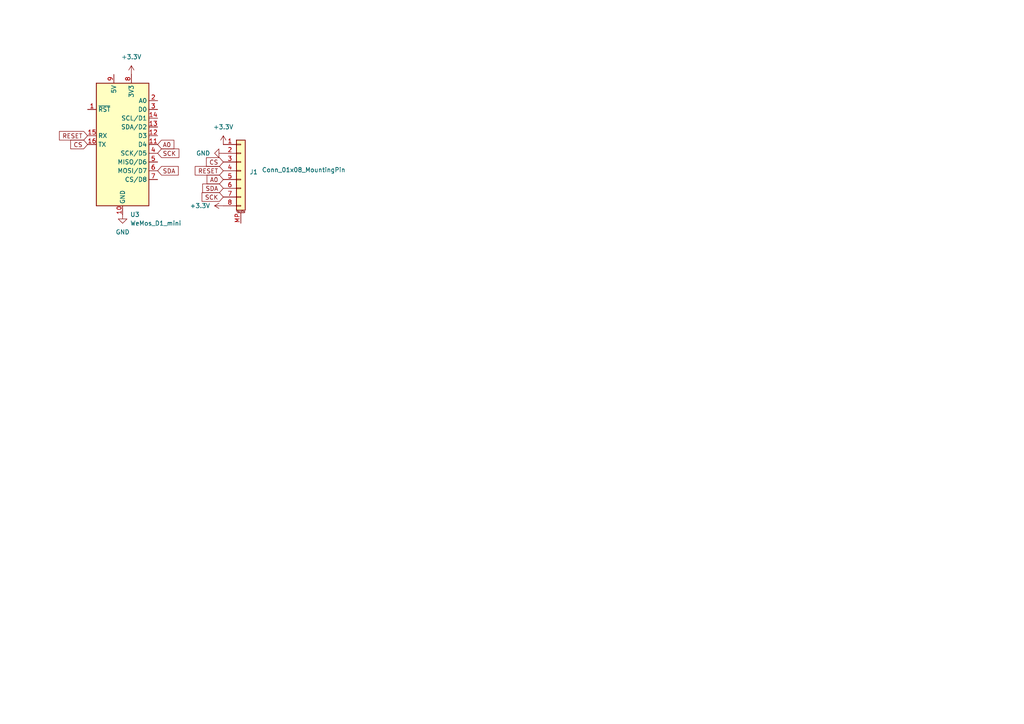
<source format=kicad_sch>
(kicad_sch (version 20231120) (generator "eeschema") (generator_version "8.0")
  (paper "A4")
  (lib_symbols
    (symbol "Connector_Generic_MountingPin:Conn_01x08_MountingPin" (pin_names (offset 1.016) hide)
      (property "Reference" "J" (at 0 10.16 0))
      (property "Value" "Conn_01x08_MountingPin" (at 1.27 -12.7 0))
      (symbol "Conn_01x08_MountingPin_1_1"
        (rectangle (start -1.27 -10.033) (end 0 -10.287) (stroke (width 0.1524)))
        (rectangle (start -1.27 -7.493) (end 0 -7.747) (stroke (width 0.1524)))
        (rectangle (start -1.27 -4.953) (end 0 -5.207) (stroke (width 0.1524)))
        (rectangle (start -1.27 -2.413) (end 0 -2.667) (stroke (width 0.1524)))
        (rectangle (start -1.27 0.127) (end 0 -0.127) (stroke (width 0.1524)))
        (rectangle (start -1.27 2.667) (end 0 2.413) (stroke (width 0.1524)))
        (rectangle (start -1.27 5.207) (end 0 4.953) (stroke (width 0.1524)))
        (rectangle (start -1.27 7.747) (end 0 7.493) (stroke (width 0.1524)))
        (rectangle (start -1.27 8.89) (end 1.27 -11.43) (stroke (width 0.254)) (fill (type background)))
        (polyline (pts (xy -1.016 -12.192) (xy 1.016 -12.192)) (stroke (width 0.1524)))
        (text "Mounting" (at 0 -11.811 0) (effects (font (size 0.381 0.381))))
        (pin passive line (at -5.08 7.62 0) (length 3.81) (name "Pin_1") (number "1"))
        (pin passive line (at -5.08 5.08 0) (length 3.81) (name "Pin_2") (number "2"))
        (pin passive line (at -5.08 2.54 0) (length 3.81) (name "Pin_3") (number "3"))
        (pin passive line (at -5.08 0 0) (length 3.81) (name "Pin_4") (number "4"))
        (pin passive line (at -5.08 -2.54 0) (length 3.81) (name "Pin_5") (number "5"))
        (pin passive line (at -5.08 -5.08 0) (length 3.81) (name "Pin_6") (number "6"))
        (pin passive line (at -5.08 -7.62 0) (length 3.81) (name "Pin_7") (number "7"))
        (pin passive line (at -5.08 -10.16 0) (length 3.81) (name "Pin_8") (number "8"))
        (pin passive line (at 0 -15.24 90) (length 3.048) (name "MountPin") (number "MP"))
      )
    )
    (symbol "MCU_Module:WeMos_D1_mini"
      (property "Reference" "U" (at 3.81 19.05 0))
      (property "Value" "WeMos_D1_mini" (at 1.27 -19.05 0))
      (symbol "WeMos_D1_mini_1_1"
        (rectangle (start -7.62 17.78) (end 7.62 -17.78) (stroke (width 0.254)) (fill (type background)))
        (pin input line (at -10.16 10.16 0) (length 2.54) (name "~{RST}") (number "1"))
        (pin power_in line (at 0 -20.32 90) (length 2.54) (name "GND") (number "10"))
        (pin bidirectional line (at 10.16 0 180) (length 2.54) (name "D4") (number "11"))
        (pin bidirectional line (at 10.16 2.54 180) (length 2.54) (name "D3") (number "12"))
        (pin bidirectional line (at 10.16 5.08 180) (length 2.54) (name "SDA/D2") (number "13"))
        (pin bidirectional line (at 10.16 7.62 180) (length 2.54) (name "SCL/D1") (number "14"))
        (pin input line (at -10.16 2.54 0) (length 2.54) (name "RX") (number "15"))
        (pin output line (at -10.16 0 0) (length 2.54) (name "TX") (number "16"))
        (pin input line (at 10.16 12.7 180) (length 2.54) (name "A0") (number "2"))
        (pin bidirectional line (at 10.16 10.16 180) (length 2.54) (name "D0") (number "3"))
        (pin bidirectional line (at 10.16 -2.54 180) (length 2.54) (name "SCK/D5") (number "4"))
        (pin bidirectional line (at 10.16 -5.08 180) (length 2.54) (name "MISO/D6") (number "5"))
        (pin bidirectional line (at 10.16 -7.62 180) (length 2.54) (name "MOSI/D7") (number "6"))
        (pin bidirectional line (at 10.16 -10.16 180) (length 2.54) (name "CS/D8") (number "7"))
        (pin power_out line (at 2.54 20.32 270) (length 2.54) (name "3V3") (number "8"))
        (pin power_in line (at -2.54 20.32 270) (length 2.54) (name "5V") (number "9"))
      )
    )
    (symbol "power:+3.3V" (power) (pin_numbers hide) (pin_names (offset 0) hide)
      (property "Value" "+3.3V" (at 0 3.556 0))
      (symbol "+3.3V_0_1"
        (polyline (pts (xy -0.762 1.27) (xy 0 2.54)))
        (polyline (pts (xy 0 0) (xy 0 2.54)))
        (polyline (pts (xy 0 2.54) (xy 0.762 1.27)))
      )
      (symbol "+3.3V_1_1"
        (pin power_in line (at 0 0 90) (length 0) (name "~") (number "1"))
      )
    )
    (symbol "power:GND" (power) (pin_numbers hide) (pin_names (offset 0) hide)
      (property "Value" "GND" (at 0 -3.81 0))
      (symbol "GND_0_1"
        (polyline (pts (xy 0 0) (xy 0 -1.27) (xy 1.27 -1.27) (xy 0 -2.54) (xy -1.27 -1.27) (xy 0 -1.27)))
      )
      (symbol "GND_1_1"
        (pin power_in line (at 0 0 270) (length 0) (name "~") (number "1"))
      )
    )
  )
  (global_label "SCK" (shape input) (at 64.77 57.15 180) (property "Intersheetrefs" "${INTERSHEET_REFS}" (effects (hide yes))))
  (global_label "SDA" (shape input) (at 64.77 54.61 180) (property "Intersheetrefs" "${INTERSHEET_REFS}" (effects (hide yes))))
  (global_label "SDA" (shape input) (at 45.72 49.53 0) (property "Intersheetrefs" "${INTERSHEET_REFS}" (effects (hide yes))))
  (global_label "RESET" (shape input) (at 64.77 49.53 180) (property "Intersheetrefs" "${INTERSHEET_REFS}" (effects (hide yes))))
  (global_label "A0" (shape input) (at 45.72 41.91 0) (property "Intersheetrefs" "${INTERSHEET_REFS}" (effects (hide yes))))
  (global_label "SCK" (shape input) (at 45.72 44.45 0) (property "Intersheetrefs" "${INTERSHEET_REFS}" (effects (hide yes))))
  (global_label "CS" (shape input) (at 64.77 46.99 180) (property "Intersheetrefs" "${INTERSHEET_REFS}" (effects (hide yes))))
  (global_label "A0" (shape input) (at 64.77 52.07 180) (property "Intersheetrefs" "${INTERSHEET_REFS}" (effects (hide yes))))
  (global_label "RESET" (shape input) (at 25.4 39.37 180) (property "Intersheetrefs" "${INTERSHEET_REFS}" (effects (hide yes))))
  (global_label "CS" (shape input) (at 25.4 41.91 180) (property "Intersheetrefs" "${INTERSHEET_REFS}" (effects (hide yes))))
  (symbol (lib_id "Connector_Generic_MountingPin:Conn_01x08_MountingPin") (at 69.85 49.53 0) (unit 1)
    (property "Reference" "J1" (at 72.39 49.8855 0) (effects (justify left)))
    (property "Value" "Conn_01x08_MountingPin" (at 75.946 49.276 0) (effects (justify left)))
    (property "Footprint" "Connector_PinHeader_2.54mm:PinHeader_1x08_P2.54mm_Vertical" (effects (hide yes)))
    (property "Description" "Generic connectable mounting pin connector, single row, 01x08, script generated (kicad-library-utils/schlib/autogen/connector/)" (effects (hide yes)))
  )
  (symbol (lib_id "power:+3.3V") (at 38.1 21.59 0) (unit 1)
    (property "Reference" "#PWR010" (effects (hide yes)))
    (property "Value" "+3.3V" (at 38.1 16.51 0))
    (property "Description" "Power symbol creates a global label with name \"+3.3V\"" (effects (hide yes)))
  )
  (symbol (lib_id "power:+3.3V") (at 64.77 41.91 0) (unit 1)
    (property "Reference" "#PWR012" (effects (hide yes)))
    (property "Value" "+3.3V" (at 64.77 36.83 0))
    (property "Description" "Power symbol creates a global label with name \"+3.3V\"" (effects (hide yes)))
  )
  (symbol (lib_id "power:GND") (at 64.77 44.45 270) (unit 1)
    (property "Reference" "#PWR09" (effects (hide yes)))
    (property "Value" "GND" (at 60.96 44.4499 90) (effects (justify right)))
    (property "Description" "Power symbol creates a global label with name \"GND\" , ground" (effects (hide yes)))
  )
  (symbol (lib_id "MCU_Module:WeMos_D1_mini") (at 35.56 41.91 0) (unit 1)
    (property "Reference" "U3" (at 37.7541 62.23 0) (effects (justify left)))
    (property "Value" "WeMos_D1_mini" (at 37.7541 64.77 0) (effects (justify left)))
    (property "Footprint" "Module:WEMOS_D1_mini_light" (effects (hide yes)))
    (property "Datasheet" "https://wiki.wemos.cc/products:d1:d1_mini#documentation" (effects (hide yes)))
    (property "Description" "32-bit microcontroller module with WiFi" (effects (hide yes)))
  )
  (symbol (lib_id "power:GND") (at 35.56 62.23 0) (unit 1)
    (property "Reference" "#PWR06" (effects (hide yes)))
    (property "Value" "GND" (at 35.56 67.31 0))
    (property "Description" "Power symbol creates a global label with name \"GND\" , ground" (effects (hide yes)))
  )
  (symbol (lib_id "power:+3.3V") (at 64.77 59.69 90) (unit 1)
    (property "Reference" "#PWR01" (effects (hide yes)))
    (property "Value" "+3.3V" (at 60.96 59.6899 90) (effects (justify left)))
    (property "Description" "Power symbol creates a global label with name \"+3.3V\"" (effects (hide yes)))
  )
)
</source>
